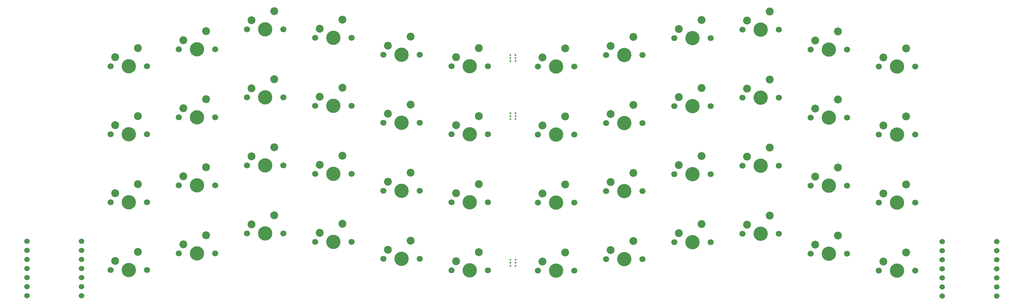
<source format=gbr>
%TF.GenerationSoftware,KiCad,Pcbnew,9.0.7*%
%TF.CreationDate,2026-02-10T15:30:13+05:30*%
%TF.ProjectId,Tao Te Ching,54616f20-5465-4204-9368-696e672e6b69,rev?*%
%TF.SameCoordinates,Original*%
%TF.FileFunction,Soldermask,Bot*%
%TF.FilePolarity,Negative*%
%FSLAX46Y46*%
G04 Gerber Fmt 4.6, Leading zero omitted, Abs format (unit mm)*
G04 Created by KiCad (PCBNEW 9.0.7) date 2026-02-10 15:30:13*
%MOMM*%
%LPD*%
G01*
G04 APERTURE LIST*
%ADD10C,1.700000*%
%ADD11C,4.000000*%
%ADD12C,2.200000*%
%ADD13C,0.500000*%
%ADD14C,1.524000*%
G04 APERTURE END LIST*
D10*
%TO.C,SW17*%
X232073750Y-99905000D03*
D11*
X237153750Y-99905000D03*
D10*
X242233750Y-99905000D03*
D12*
X239693750Y-94825000D03*
X233343750Y-97365000D03*
%TD*%
D13*
%TO.C,B1*%
X148170000Y-122350000D03*
X149670000Y-122350000D03*
X148170000Y-121500000D03*
X149670000Y-121500000D03*
X148170000Y-120650000D03*
X149670000Y-120650000D03*
%TD*%
D10*
%TO.C,SW30*%
X55595000Y-80765000D03*
D11*
X60675000Y-80765000D03*
D10*
X65755000Y-80765000D03*
D12*
X63215000Y-75685000D03*
X56865000Y-78225000D03*
%TD*%
D10*
%TO.C,SW38*%
X93725000Y-77592500D03*
D11*
X98805000Y-77592500D03*
D10*
X103885000Y-77592500D03*
D12*
X101345000Y-72512500D03*
X94995000Y-75052500D03*
%TD*%
D10*
%TO.C,SW12*%
X251123750Y-85607500D03*
D11*
X256203750Y-85607500D03*
D10*
X261283750Y-85607500D03*
D12*
X258743750Y-80527500D03*
X252393750Y-83067500D03*
%TD*%
D10*
%TO.C,SW33*%
X74665000Y-56153750D03*
D11*
X79745000Y-56153750D03*
D10*
X84825000Y-56153750D03*
D12*
X82285000Y-51073750D03*
X75935000Y-53613750D03*
%TD*%
D10*
%TO.C,SW23*%
X232073750Y-118945000D03*
D11*
X237153750Y-118945000D03*
D10*
X242233750Y-118945000D03*
D12*
X239693750Y-113865000D03*
X233343750Y-116405000D03*
%TD*%
D14*
%TO.C,U1*%
X268883750Y-115590000D03*
X268883750Y-118130000D03*
X268883750Y-120670000D03*
X268883750Y-123210000D03*
X268883750Y-125750000D03*
X268883750Y-128290000D03*
X268883750Y-130830000D03*
X284123750Y-130830000D03*
X284123750Y-128290000D03*
X284123750Y-125750000D03*
X284123750Y-123210000D03*
X284123750Y-120670000D03*
X284123750Y-118130000D03*
X284123750Y-115590000D03*
%TD*%
D10*
%TO.C,SW46*%
X131790000Y-85530000D03*
D11*
X136870000Y-85530000D03*
D10*
X141950000Y-85530000D03*
D12*
X139410000Y-80450000D03*
X133060000Y-82990000D03*
%TD*%
D13*
%TO.C,B3*%
X148170000Y-81340000D03*
X149670000Y-81340000D03*
X148170000Y-80490000D03*
X149670000Y-80490000D03*
X148170000Y-79640000D03*
X149670000Y-79640000D03*
%TD*%
D10*
%TO.C,SW28*%
X36540000Y-123582500D03*
D11*
X41620000Y-123582500D03*
D10*
X46700000Y-123582500D03*
D12*
X44160000Y-118502500D03*
X37810000Y-121042500D03*
%TD*%
D10*
%TO.C,SW45*%
X131790000Y-66480000D03*
D11*
X136870000Y-66480000D03*
D10*
X141950000Y-66480000D03*
D12*
X139410000Y-61400000D03*
X133060000Y-63940000D03*
%TD*%
D10*
%TO.C,SW13*%
X155873750Y-104657500D03*
D11*
X160953750Y-104657500D03*
D10*
X166033750Y-104657500D03*
D12*
X163493750Y-99577500D03*
X157143750Y-102117500D03*
%TD*%
D10*
%TO.C,SW24*%
X251123750Y-123707500D03*
D11*
X256203750Y-123707500D03*
D10*
X261283750Y-123707500D03*
D12*
X258743750Y-118627500D03*
X252393750Y-121167500D03*
%TD*%
D10*
%TO.C,SW44*%
X112740000Y-120455000D03*
D11*
X117820000Y-120455000D03*
D10*
X122900000Y-120455000D03*
D12*
X120360000Y-115375000D03*
X114010000Y-117915000D03*
%TD*%
D10*
%TO.C,SW35*%
X74660000Y-94261250D03*
D11*
X79740000Y-94261250D03*
D10*
X84820000Y-94261250D03*
D12*
X82280000Y-89181250D03*
X75930000Y-91721250D03*
%TD*%
D10*
%TO.C,SW2*%
X174923750Y-63382500D03*
D11*
X180003750Y-63382500D03*
D10*
X185083750Y-63382500D03*
D12*
X182543750Y-58302500D03*
X176193750Y-60842500D03*
%TD*%
D10*
%TO.C,SW42*%
X112740000Y-82355000D03*
D11*
X117820000Y-82355000D03*
D10*
X122900000Y-82355000D03*
D12*
X120360000Y-77275000D03*
X114010000Y-79815000D03*
%TD*%
D13*
%TO.C,B2*%
X148170000Y-65050000D03*
X149670000Y-65050000D03*
X148170000Y-64200000D03*
X149670000Y-64200000D03*
X148170000Y-63350000D03*
X149670000Y-63350000D03*
%TD*%
D10*
%TO.C,SW20*%
X174923750Y-120532500D03*
D11*
X180003750Y-120532500D03*
D10*
X185083750Y-120532500D03*
D12*
X182543750Y-115452500D03*
X176193750Y-117992500D03*
%TD*%
D10*
%TO.C,SW22*%
X213023750Y-113388750D03*
D11*
X218103750Y-113388750D03*
D10*
X223183750Y-113388750D03*
D12*
X220643750Y-108308750D03*
X214293750Y-110848750D03*
%TD*%
D10*
%TO.C,SW43*%
X112740000Y-101405000D03*
D11*
X117820000Y-101405000D03*
D10*
X122900000Y-101405000D03*
D12*
X120360000Y-96325000D03*
X114010000Y-98865000D03*
%TD*%
D10*
%TO.C,SW11*%
X232073750Y-80845000D03*
D11*
X237153750Y-80845000D03*
D10*
X242233750Y-80845000D03*
D12*
X239693750Y-75765000D03*
X233343750Y-78305000D03*
%TD*%
D10*
%TO.C,SW4*%
X213023750Y-56238750D03*
D11*
X218103750Y-56238750D03*
D10*
X223183750Y-56238750D03*
D12*
X220643750Y-51158750D03*
X214293750Y-53698750D03*
%TD*%
D10*
%TO.C,SW47*%
X131790000Y-104580000D03*
D11*
X136870000Y-104580000D03*
D10*
X141950000Y-104580000D03*
D12*
X139410000Y-99500000D03*
X133060000Y-102040000D03*
%TD*%
D10*
%TO.C,SW36*%
X74640000Y-113311250D03*
D11*
X79720000Y-113311250D03*
D10*
X84800000Y-113311250D03*
D12*
X82260000Y-108231250D03*
X75910000Y-110771250D03*
%TD*%
D10*
%TO.C,SW9*%
X193973750Y-77670000D03*
D11*
X199053750Y-77670000D03*
D10*
X204133750Y-77670000D03*
D12*
X201593750Y-72590000D03*
X195243750Y-75130000D03*
%TD*%
D10*
%TO.C,SW41*%
X112740000Y-63305000D03*
D11*
X117820000Y-63305000D03*
D10*
X122900000Y-63305000D03*
D12*
X120360000Y-58225000D03*
X114010000Y-60765000D03*
%TD*%
D10*
%TO.C,SW26*%
X36545000Y-85530000D03*
D11*
X41625000Y-85530000D03*
D10*
X46705000Y-85530000D03*
D12*
X44165000Y-80450000D03*
X37815000Y-82990000D03*
%TD*%
D10*
%TO.C,SW39*%
X93725000Y-96642500D03*
D11*
X98805000Y-96642500D03*
D10*
X103885000Y-96642500D03*
D12*
X101345000Y-91562500D03*
X94995000Y-94102500D03*
%TD*%
D10*
%TO.C,SW48*%
X131790000Y-123630000D03*
D11*
X136870000Y-123630000D03*
D10*
X141950000Y-123630000D03*
D12*
X139410000Y-118550000D03*
X133060000Y-121090000D03*
%TD*%
D10*
%TO.C,SW18*%
X251123750Y-104657500D03*
D11*
X256203750Y-104657500D03*
D10*
X261283750Y-104657500D03*
D12*
X258743750Y-99577500D03*
X252393750Y-102117500D03*
%TD*%
D10*
%TO.C,SW6*%
X251123750Y-66557500D03*
D11*
X256203750Y-66557500D03*
D10*
X261283750Y-66557500D03*
D12*
X258743750Y-61477500D03*
X252393750Y-64017500D03*
%TD*%
D14*
%TO.C,U2*%
X13203750Y-115533750D03*
X13203750Y-118073750D03*
X13203750Y-120613750D03*
X13203750Y-123153750D03*
X13203750Y-125693750D03*
X13203750Y-128233750D03*
X13203750Y-130773750D03*
X28443750Y-130773750D03*
X28443750Y-128233750D03*
X28443750Y-125693750D03*
X28443750Y-123153750D03*
X28443750Y-120613750D03*
X28443750Y-118073750D03*
X28443750Y-115533750D03*
%TD*%
D10*
%TO.C,SW7*%
X155873750Y-85607500D03*
D11*
X160953750Y-85607500D03*
D10*
X166033750Y-85607500D03*
D12*
X163493750Y-80527500D03*
X157143750Y-83067500D03*
%TD*%
D10*
%TO.C,SW15*%
X193973750Y-96720000D03*
D11*
X199053750Y-96720000D03*
D10*
X204133750Y-96720000D03*
D12*
X201593750Y-91640000D03*
X195243750Y-94180000D03*
%TD*%
D10*
%TO.C,SW1*%
X155873750Y-66557500D03*
D11*
X160953750Y-66557500D03*
D10*
X166033750Y-66557500D03*
D12*
X163493750Y-61477500D03*
X157143750Y-64017500D03*
%TD*%
D10*
%TO.C,SW5*%
X232073750Y-61795000D03*
D11*
X237153750Y-61795000D03*
D10*
X242233750Y-61795000D03*
D12*
X239693750Y-56715000D03*
X233343750Y-59255000D03*
%TD*%
D10*
%TO.C,SW27*%
X36545000Y-104580000D03*
D11*
X41625000Y-104580000D03*
D10*
X46705000Y-104580000D03*
D12*
X44165000Y-99500000D03*
X37815000Y-102040000D03*
%TD*%
D10*
%TO.C,SW8*%
X174923750Y-82432500D03*
D11*
X180003750Y-82432500D03*
D10*
X185083750Y-82432500D03*
D12*
X182543750Y-77352500D03*
X176193750Y-79892500D03*
%TD*%
D10*
%TO.C,SW31*%
X55595000Y-99815000D03*
D11*
X60675000Y-99815000D03*
D10*
X65755000Y-99815000D03*
D12*
X63215000Y-94735000D03*
X56865000Y-97275000D03*
%TD*%
D10*
%TO.C,SW21*%
X193973750Y-115770000D03*
D11*
X199053750Y-115770000D03*
D10*
X204133750Y-115770000D03*
D12*
X201593750Y-110690000D03*
X195243750Y-113230000D03*
%TD*%
D10*
%TO.C,SW40*%
X93725000Y-115670000D03*
D11*
X98805000Y-115670000D03*
D10*
X103885000Y-115670000D03*
D12*
X101345000Y-110590000D03*
X94995000Y-113130000D03*
%TD*%
D10*
%TO.C,SW16*%
X213023750Y-94338750D03*
D11*
X218103750Y-94338750D03*
D10*
X223183750Y-94338750D03*
D12*
X220643750Y-89258750D03*
X214293750Y-91798750D03*
%TD*%
D10*
%TO.C,SW37*%
X93725000Y-58542500D03*
D11*
X98805000Y-58542500D03*
D10*
X103885000Y-58542500D03*
D12*
X101345000Y-53462500D03*
X94995000Y-56002500D03*
%TD*%
D10*
%TO.C,SW14*%
X174923750Y-101482500D03*
D11*
X180003750Y-101482500D03*
D10*
X185083750Y-101482500D03*
D12*
X182543750Y-96402500D03*
X176193750Y-98942500D03*
%TD*%
D10*
%TO.C,SW29*%
X55595000Y-61715000D03*
D11*
X60675000Y-61715000D03*
D10*
X65755000Y-61715000D03*
D12*
X63215000Y-56635000D03*
X56865000Y-59175000D03*
%TD*%
D10*
%TO.C,SW10*%
X213023750Y-75288750D03*
D11*
X218103750Y-75288750D03*
D10*
X223183750Y-75288750D03*
D12*
X220643750Y-70208750D03*
X214293750Y-72748750D03*
%TD*%
D10*
%TO.C,SW32*%
X55595000Y-118865000D03*
D11*
X60675000Y-118865000D03*
D10*
X65755000Y-118865000D03*
D12*
X63215000Y-113785000D03*
X56865000Y-116325000D03*
%TD*%
D10*
%TO.C,SW3*%
X193973750Y-58620000D03*
D11*
X199053750Y-58620000D03*
D10*
X204133750Y-58620000D03*
D12*
X201593750Y-53540000D03*
X195243750Y-56080000D03*
%TD*%
D10*
%TO.C,SW34*%
X74660000Y-75211250D03*
D11*
X79740000Y-75211250D03*
D10*
X84820000Y-75211250D03*
D12*
X82280000Y-70131250D03*
X75930000Y-72671250D03*
%TD*%
D10*
%TO.C,SW25*%
X36545000Y-66480000D03*
D11*
X41625000Y-66480000D03*
D10*
X46705000Y-66480000D03*
D12*
X44165000Y-61400000D03*
X37815000Y-63940000D03*
%TD*%
D10*
%TO.C,SW19*%
X155873750Y-123707500D03*
D11*
X160953750Y-123707500D03*
D10*
X166033750Y-123707500D03*
D12*
X163493750Y-118627500D03*
X157143750Y-121167500D03*
%TD*%
M02*

</source>
